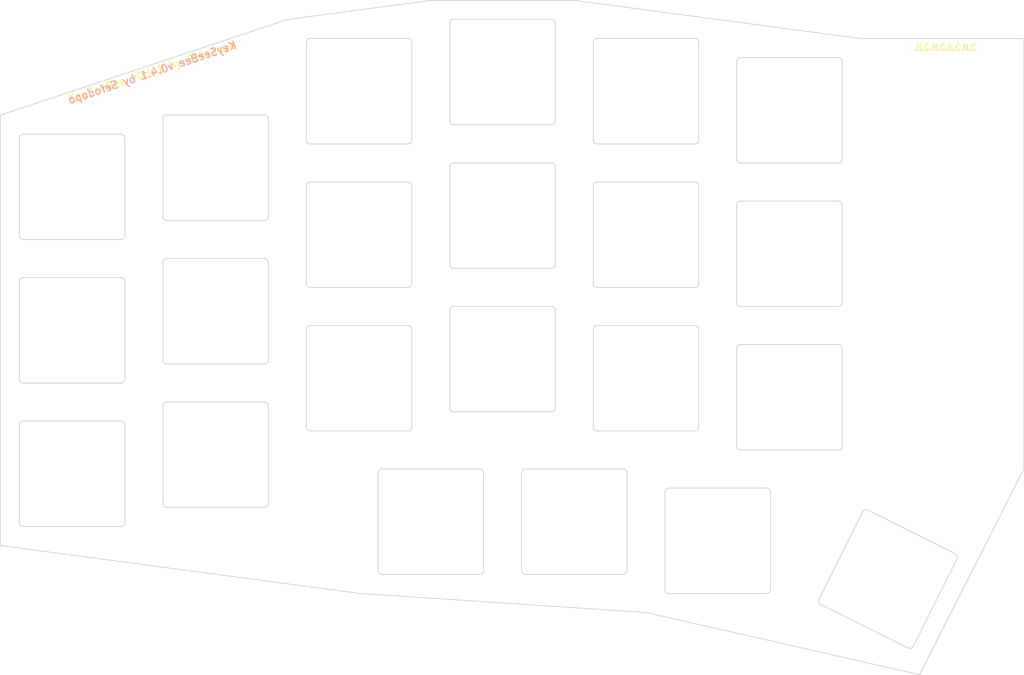
<source format=kicad_pcb>
(kicad_pcb (version 20240108) (generator "pcbnew") (generator_version "8.0")
  (layers (0 "F.Cu" signal) (31 "B.Cu" signal) (34 "B.Paste" user) (35 "F.Paste" user) (36 "B.SilkS" user "B.Silkscreen") (37 "F.SilkS" user "F.Silkscreen") (38 "B.Mask" user) (39 "F.Mask" user) (44 "Edge.Cuts" user))
  (net 0 "")
  (footprint "custom:Switch_Hole" (layer "F.Cu") (at 114.3 66.675)
    (property "Reference" "SW3" (hide yes))
    (property "Value" "SW_Push" (hide yes))
    (fp_line (start -7 6.5) (end -7 -6.5) (stroke (width 0.1)) (layer "Edge.Cuts"))
    (fp_line (start -6.5 -7) (end 6.5 -7) (stroke (width 0.1)) (layer "Edge.Cuts"))
    (fp_line (start 6.5 7) (end -6.5 7) (stroke (width 0.1)) (layer "Edge.Cuts"))
    (fp_line (start 7 -6.5) (end 7 6.5) (stroke (width 0.1)) (layer "Edge.Cuts"))
    (fp_arc (start -7 -6.5) (mid -6.853553 -6.853553) (end -6.5 -7) (stroke (width 0.1)) (layer "Edge.Cuts"))
    (fp_arc (start -6.5 7) (mid -6.853553 6.853553) (end -7 6.5) (stroke (width 0.1)) (layer "Edge.Cuts"))
    (fp_arc (start 6.5 -7) (mid 6.853553 -6.853553) (end 7 -6.5) (stroke (width 0.1)) (layer "Edge.Cuts"))
    (fp_arc (start 7 6.5) (mid 6.853553 6.853553) (end 6.5 7) (stroke (width 0.1)) (layer "Edge.Cuts"))
  )
  (footprint "custom:Switch_Hole" (layer "F.Cu") (at 180.975 111.125)
    (property "Reference" "SW24" (hide yes))
    (property "Value" "SW_Push" (hide yes))
    (fp_line (start -7 6.5) (end -7 -6.5) (stroke (width 0.1)) (layer "Edge.Cuts"))
    (fp_line (start -6.5 -7) (end 6.5 -7) (stroke (width 0.1)) (layer "Edge.Cuts"))
    (fp_line (start 6.5 7) (end -6.5 7) (stroke (width 0.1)) (layer "Edge.Cuts"))
    (fp_line (start 7 -6.5) (end 7 6.5) (stroke (width 0.1)) (layer "Edge.Cuts"))
    (fp_arc (start -7 -6.5) (mid -6.853553 -6.853553) (end -6.5 -7) (stroke (width 0.1)) (layer "Edge.Cuts"))
    (fp_arc (start -6.5 7) (mid -6.853553 6.853553) (end -7 6.5) (stroke (width 0.1)) (layer "Edge.Cuts"))
    (fp_arc (start 6.5 -7) (mid 6.853553 -6.853553) (end 7 -6.5) (stroke (width 0.1)) (layer "Edge.Cuts"))
    (fp_arc (start 7 6.5) (mid 6.853553 6.853553) (end 6.5 7) (stroke (width 0.1)) (layer "Edge.Cuts"))
  )
  (footprint "custom:Switch_Hole" (layer "F.Cu") (at 200.025 113.665)
    (property "Reference" "SW34" (hide yes))
    (property "Value" "SW_Push" (hide yes))
    (fp_line (start -7 6.5) (end -7 -6.5) (stroke (width 0.1)) (layer "Edge.Cuts"))
    (fp_line (start -6.5 -7) (end 6.5 -7) (stroke (width 0.1)) (layer "Edge.Cuts"))
    (fp_line (start 6.5 7) (end -6.5 7) (stroke (width 0.1)) (layer "Edge.Cuts"))
    (fp_line (start 7 -6.5) (end 7 6.5) (stroke (width 0.1)) (layer "Edge.Cuts"))
    (fp_arc (start -7 -6.5) (mid -6.853553 -6.853553) (end -6.5 -7) (stroke (width 0.1)) (layer "Edge.Cuts"))
    (fp_arc (start -6.5 7) (mid -6.853553 6.853553) (end -7 6.5) (stroke (width 0.1)) (layer "Edge.Cuts"))
    (fp_arc (start 6.5 -7) (mid 6.853553 -6.853553) (end 7 -6.5) (stroke (width 0.1)) (layer "Edge.Cuts"))
    (fp_arc (start 7 6.5) (mid 6.853553 6.853553) (end 6.5 7) (stroke (width 0.1)) (layer "Edge.Cuts"))
  )
  (footprint "custom:Switch_Hole" (layer "F.Cu") (at 190.5 92.075)
    (property "Reference" "SW33" (hide yes))
    (property "Value" "SW_Push" (hide yes))
    (fp_line (start -7 6.5) (end -7 -6.5) (stroke (width 0.1)) (layer "Edge.Cuts"))
    (fp_line (start -6.5 -7) (end 6.5 -7) (stroke (width 0.1)) (layer "Edge.Cuts"))
    (fp_line (start 6.5 7) (end -6.5 7) (stroke (width 0.1)) (layer "Edge.Cuts"))
    (fp_line (start 7 -6.5) (end 7 6.5) (stroke (width 0.1)) (layer "Edge.Cuts"))
    (fp_arc (start -7 -6.5) (mid -6.853553 -6.853553) (end -6.5 -7) (stroke (width 0.1)) (layer "Edge.Cuts"))
    (fp_arc (start -6.5 7) (mid -6.853553 6.853553) (end -7 6.5) (stroke (width 0.1)) (layer "Edge.Cuts"))
    (fp_arc (start 6.5 -7) (mid 6.853553 -6.853553) (end 7 -6.5) (stroke (width 0.1)) (layer "Edge.Cuts"))
    (fp_arc (start 7 6.5) (mid 6.853553 6.853553) (end 6.5 7) (stroke (width 0.1)) (layer "Edge.Cuts"))
  )
  (footprint "custom:Switch_Hole" (layer "F.Cu") (at 190.5 73.025)
    (property "Reference" "SW32" (hide yes))
    (property "Value" "SW_Push" (hide yes))
    (fp_line (start -7 6.5) (end -7 -6.5) (stroke (width 0.1)) (layer "Edge.Cuts"))
    (fp_line (start -6.5 -7) (end 6.5 -7) (stroke (width 0.1)) (layer "Edge.Cuts"))
    (fp_line (start 6.5 7) (end -6.5 7) (stroke (width 0.1)) (layer "Edge.Cuts"))
    (fp_line (start 7 -6.5) (end 7 6.5) (stroke (width 0.1)) (layer "Edge.Cuts"))
    (fp_arc (start -7 -6.5) (mid -6.853553 -6.853553) (end -6.5 -7) (stroke (width 0.1)) (layer "Edge.Cuts"))
    (fp_arc (start -6.5 7) (mid -6.853553 6.853553) (end -7 6.5) (stroke (width 0.1)) (layer "Edge.Cuts"))
    (fp_arc (start 6.5 -7) (mid 6.853553 -6.853553) (end 7 -6.5) (stroke (width 0.1)) (layer "Edge.Cuts"))
    (fp_arc (start 7 6.5) (mid 6.853553 6.853553) (end 6.5 7) (stroke (width 0.1)) (layer "Edge.Cuts"))
  )
  (footprint "custom:Switch_Hole" (layer "F.Cu") (at 190.5 53.975)
    (property "Reference" "SW31" (hide yes))
    (property "Value" "SW_Push" (hide yes))
    (fp_line (start -7 6.5) (end -7 -6.5) (stroke (width 0.1)) (layer "Edge.Cuts"))
    (fp_line (start -6.5 -7) (end 6.5 -7) (stroke (width 0.1)) (layer "Edge.Cuts"))
    (fp_line (start 6.5 7) (end -6.5 7) (stroke (width 0.1)) (layer "Edge.Cuts"))
    (fp_line (start 7 -6.5) (end 7 6.5) (stroke (width 0.1)) (layer "Edge.Cuts"))
    (fp_arc (start -7 -6.5) (mid -6.853553 -6.853553) (end -6.5 -7) (stroke (width 0.1)) (layer "Edge.Cuts"))
    (fp_arc (start -6.5 7) (mid -6.853553 6.853553) (end -7 6.5) (stroke (width 0.1)) (layer "Edge.Cuts"))
    (fp_arc (start 6.5 -7) (mid 6.853553 -6.853553) (end 7 -6.5) (stroke (width 0.1)) (layer "Edge.Cuts"))
    (fp_arc (start 7 6.5) (mid 6.853553 6.853553) (end 6.5 7) (stroke (width 0.1)) (layer "Edge.Cuts"))
  )
  (footprint "custom:Switch_Hole" (layer "F.Cu") (at 171.45 89.535)
    (property "Reference" "SW23" (hide yes))
    (property "Value" "SW_Push" (hide yes))
    (fp_line (start -7 6.5) (end -7 -6.5) (stroke (width 0.1)) (layer "Edge.Cuts"))
    (fp_line (start -6.5 -7) (end 6.5 -7) (stroke (width 0.1)) (layer "Edge.Cuts"))
    (fp_line (start 6.5 7) (end -6.5 7) (stroke (width 0.1)) (layer "Edge.Cuts"))
    (fp_line (start 7 -6.5) (end 7 6.5) (stroke (width 0.1)) (layer "Edge.Cuts"))
    (fp_arc (start -7 -6.5) (mid -6.853553 -6.853553) (end -6.5 -7) (stroke (width 0.1)) (layer "Edge.Cuts"))
    (fp_arc (start -6.5 7) (mid -6.853553 6.853553) (end -7 6.5) (stroke (width 0.1)) (layer "Edge.Cuts"))
    (fp_arc (start 6.5 -7) (mid 6.853553 -6.853553) (end 7 -6.5) (stroke (width 0.1)) (layer "Edge.Cuts"))
    (fp_arc (start 7 6.5) (mid 6.853553 6.853553) (end 6.5 7) (stroke (width 0.1)) (layer "Edge.Cuts"))
  )
  (footprint "custom:Switch_Hole" (layer "F.Cu") (at 171.45 70.485)
    (property "Reference" "SW22" (hide yes))
    (property "Value" "SW_Push" (hide yes))
    (fp_line (start -7 6.5) (end -7 -6.5) (stroke (width 0.1)) (layer "Edge.Cuts"))
    (fp_line (start -6.5 -7) (end 6.5 -7) (stroke (width 0.1)) (layer "Edge.Cuts"))
    (fp_line (start 6.5 7) (end -6.5 7) (stroke (width 0.1)) (layer "Edge.Cuts"))
    (fp_line (start 7 -6.5) (end 7 6.5) (stroke (width 0.1)) (layer "Edge.Cuts"))
    (fp_arc (start -7 -6.5) (mid -6.853553 -6.853553) (end -6.5 -7) (stroke (width 0.1)) (layer "Edge.Cuts"))
    (fp_arc (start -6.5 7) (mid -6.853553 6.853553) (end -7 6.5) (stroke (width 0.1)) (layer "Edge.Cuts"))
    (fp_arc (start 6.5 -7) (mid 6.853553 -6.853553) (end 7 -6.5) (stroke (width 0.1)) (layer "Edge.Cuts"))
    (fp_arc (start 7 6.5) (mid 6.853553 6.853553) (end 6.5 7) (stroke (width 0.1)) (layer "Edge.Cuts"))
  )
  (footprint "custom:Switch_Hole" (layer "F.Cu") (at 171.45 51.435)
    (property "Reference" "SW21" (hide yes))
    (property "Value" "SW_Push" (hide yes))
    (fp_line (start -7 6.5) (end -7 -6.5) (stroke (width 0.1)) (layer "Edge.Cuts"))
    (fp_line (start -6.5 -7) (end 6.5 -7) (stroke (width 0.1)) (layer "Edge.Cuts"))
    (fp_line (start 6.5 7) (end -6.5 7) (stroke (width 0.1)) (layer "Edge.Cuts"))
    (fp_line (start 7 -6.5) (end 7 6.5) (stroke (width 0.1)) (layer "Edge.Cuts"))
    (fp_arc (start -7 -6.5) (mid -6.853553 -6.853553) (end -6.5 -7) (stroke (width 0.1)) (layer "Edge.Cuts"))
    (fp_arc (start -6.5 7) (mid -6.853553 6.853553) (end -7 6.5) (stroke (width 0.1)) (layer "Edge.Cuts"))
    (fp_arc (start 6.5 -7) (mid 6.853553 -6.853553) (end 7 -6.5) (stroke (width 0.1)) (layer "Edge.Cuts"))
    (fp_arc (start 7 6.5) (mid 6.853553 6.853553) (end 6.5 7) (stroke (width 0.1)) (layer "Edge.Cuts"))
  )
  (footprint "custom:Switch_Hole" (layer "F.Cu") (at 133.35 102.235)
    (property "Reference" "SW19" (hide yes))
    (property "Value" "SW_Push" (hide yes))
    (fp_line (start -7 6.5) (end -7 -6.5) (stroke (width 0.1)) (layer "Edge.Cuts"))
    (fp_line (start -6.5 -7) (end 6.5 -7) (stroke (width 0.1)) (layer "Edge.Cuts"))
    (fp_line (start 6.5 7) (end -6.5 7) (stroke (width 0.1)) (layer "Edge.Cuts"))
    (fp_line (start 7 -6.5) (end 7 6.5) (stroke (width 0.1)) (layer "Edge.Cuts"))
    (fp_arc (start -7 -6.5) (mid -6.853553 -6.853553) (end -6.5 -7) (stroke (width 0.1)) (layer "Edge.Cuts"))
    (fp_arc (start -6.5 7) (mid -6.853553 6.853553) (end -7 6.5) (stroke (width 0.1)) (layer "Edge.Cuts"))
    (fp_arc (start 6.5 -7) (mid 6.853553 -6.853553) (end 7 -6.5) (stroke (width 0.1)) (layer "Edge.Cuts"))
    (fp_arc (start 7 6.5) (mid 6.853553 6.853553) (end 6.5 7) (stroke (width 0.1)) (layer "Edge.Cuts"))
  )
  (footprint "custom:Switch_Hole" (layer "F.Cu") (at 133.35 83.185)
    (property "Reference" "SW18" (hide yes))
    (property "Value" "SW_Push" (hide yes))
    (fp_line (start -7 6.5) (end -7 -6.5) (stroke (width 0.1)) (layer "Edge.Cuts"))
    (fp_line (start -6.5 -7) (end 6.5 -7) (stroke (width 0.1)) (layer "Edge.Cuts"))
    (fp_line (start 6.5 7) (end -6.5 7) (stroke (width 0.1)) (layer "Edge.Cuts"))
    (fp_line (start 7 -6.5) (end 7 6.5) (stroke (width 0.1)) (layer "Edge.Cuts"))
    (fp_arc (start -7 -6.5) (mid -6.853553 -6.853553) (end -6.5 -7) (stroke (width 0.1)) (layer "Edge.Cuts"))
    (fp_arc (start -6.5 7) (mid -6.853553 6.853553) (end -7 6.5) (stroke (width 0.1)) (layer "Edge.Cuts"))
    (fp_arc (start 6.5 -7) (mid 6.853553 -6.853553) (end 7 -6.5) (stroke (width 0.1)) (layer "Edge.Cuts"))
    (fp_arc (start 7 6.5) (mid 6.853553 6.853553) (end 6.5 7) (stroke (width 0.1)) (layer "Edge.Cuts"))
  )
  (footprint "custom:Switch_Hole" (layer "F.Cu") (at 133.35 64.135)
    (property "Reference" "SW17" (hide yes))
    (property "Value" "SW_Push" (hide yes))
    (fp_line (start -7 6.5) (end -7 -6.5) (stroke (width 0.1)) (layer "Edge.Cuts"))
    (fp_line (start -6.5 -7) (end 6.5 -7) (stroke (width 0.1)) (layer "Edge.Cuts"))
    (fp_line (start 6.5 7) (end -6.5 7) (stroke (width 0.1)) (layer "Edge.Cuts"))
    (fp_line (start 7 -6.5) (end 7 6.5) (stroke (width 0.1)) (layer "Edge.Cuts"))
    (fp_arc (start -7 -6.5) (mid -6.853553 -6.853553) (end -6.5 -7) (stroke (width 0.1)) (layer "Edge.Cuts"))
    (fp_arc (start -6.5 7) (mid -6.853553 6.853553) (end -7 6.5) (stroke (width 0.1)) (layer "Edge.Cuts"))
    (fp_arc (start 6.5 -7) (mid 6.853553 -6.853553) (end 7 -6.5) (stroke (width 0.1)) (layer "Edge.Cuts"))
    (fp_arc (start 7 6.5) (mid 6.853553 6.853553) (end 6.5 7) (stroke (width 0.1)) (layer "Edge.Cuts"))
  )
  (footprint "custom:Switch_Hole" (layer "F.Cu") (at 209.55 94.615)
    (property "Reference" "SW14" (hide yes))
    (property "Value" "SW_Push" (hide yes))
    (fp_line (start -7 6.5) (end -7 -6.5) (stroke (width 0.1)) (layer "Edge.Cuts"))
    (fp_line (start -6.5 -7) (end 6.5 -7) (stroke (width 0.1)) (layer "Edge.Cuts"))
    (fp_line (start 6.5 7) (end -6.5 7) (stroke (width 0.1)) (layer "Edge.Cuts"))
    (fp_line (start 7 -6.5) (end 7 6.5) (stroke (width 0.1)) (layer "Edge.Cuts"))
    (fp_arc (start -7 -6.5) (mid -6.853553 -6.853553) (end -6.5 -7) (stroke (width 0.1)) (layer "Edge.Cuts"))
    (fp_arc (start -6.5 7) (mid -6.853553 6.853553) (end -7 6.5) (stroke (width 0.1)) (layer "Edge.Cuts"))
    (fp_arc (start 6.5 -7) (mid 6.853553 -6.853553) (end 7 -6.5) (stroke (width 0.1)) (layer "Edge.Cuts"))
    (fp_arc (start 7 6.5) (mid 6.853553 6.853553) (end 6.5 7) (stroke (width 0.1)) (layer "Edge.Cuts"))
  )
  (footprint "custom:Switch_Hole" (layer "F.Cu") (at 209.55 56.515)
    (property "Reference" "SW12" (hide yes))
    (property "Value" "SW_Push" (hide yes))
    (fp_line (start -7 6.5) (end -7 -6.5) (stroke (width 0.1)) (layer "Edge.Cuts"))
    (fp_line (start -6.5 -7) (end 6.5 -7) (stroke (width 0.1)) (layer "Edge.Cuts"))
    (fp_line (start 6.5 7) (end -6.5 7) (stroke (width 0.1)) (layer "Edge.Cuts"))
    (fp_line (start 7 -6.5) (end 7 6.5) (stroke (width 0.1)) (layer "Edge.Cuts"))
    (fp_arc (start -7 -6.5) (mid -6.853553 -6.853553) (end -6.5 -7) (stroke (width 0.1)) (layer "Edge.Cuts"))
    (fp_arc (start -6.5 7) (mid -6.853553 6.853553) (end -7 6.5) (stroke (width 0.1)) (layer "Edge.Cuts"))
    (fp_arc (start 6.5 -7) (mid 6.853553 -6.853553) (end 7 -6.5) (stroke (width 0.1)) (layer "Edge.Cuts"))
    (fp_arc (start 7 6.5) (mid 6.853553 6.853553) (end 6.5 7) (stroke (width 0.1)) (layer "Edge.Cuts"))
  )
  (footprint "custom:Switch_Hole" (layer "F.Cu") (at 161.925 111.125)
    (property "Reference" "SW10" (hide yes))
    (property "Value" "SW_Push" (hide yes))
    (fp_line (start -7 6.5) (end -7 -6.5) (stroke (width 0.1)) (layer "Edge.Cuts"))
    (fp_line (start -6.5 -7) (end 6.5 -7) (stroke (width 0.1)) (layer "Edge.Cuts"))
    (fp_line (start 6.5 7) (end -6.5 7) (stroke (width 0.1)) (layer "Edge.Cuts"))
    (fp_line (start 7 -6.5) (end 7 6.5) (stroke (width 0.1)) (layer "Edge.Cuts"))
    (fp_arc (start -7 -6.5) (mid -6.853553 -6.853553) (end -6.5 -7) (stroke (width 0.1)) (layer "Edge.Cuts"))
    (fp_arc (start -6.5 7) (mid -6.853553 6.853553) (end -7 6.5) (stroke (width 0.1)) (layer "Edge.Cuts"))
    (fp_arc (start 6.5 -7) (mid 6.853553 -6.853553) (end 7 -6.5) (stroke (width 0.1)) (layer "Edge.Cuts"))
    (fp_arc (start 7 6.5) (mid 6.853553 6.853553) (end 6.5 7) (stroke (width 0.1)) (layer "Edge.Cuts"))
  )
  (footprint "custom:Switch_Hole" (layer "F.Cu") (at 152.4 92.075)
    (property "Reference" "SW9" (hide yes))
    (property "Value" "SW_Push" (hide yes))
    (fp_line (start -7 6.5) (end -7 -6.5) (stroke (width 0.1)) (layer "Edge.Cuts"))
    (fp_line (start -6.5 -7) (end 6.5 -7) (stroke (width 0.1)) (layer "Edge.Cuts"))
    (fp_line (start 6.5 7) (end -6.5 7) (stroke (width 0.1)) (layer "Edge.Cuts"))
    (fp_line (start 7 -6.5) (end 7 6.5) (stroke (width 0.1)) (layer "Edge.Cuts"))
    (fp_arc (start -7 -6.5) (mid -6.853553 -6.853553) (end -6.5 -7) (stroke (width 0.1)) (layer "Edge.Cuts"))
    (fp_arc (start -6.5 7) (mid -6.853553 6.853553) (end -7 6.5) (stroke (width 0.1)) (layer "Edge.Cuts"))
    (fp_arc (start 6.5 -7) (mid 6.853553 -6.853553) (end 7 -6.5) (stroke (width 0.1)) (layer "Edge.Cuts"))
    (fp_arc (start 7 6.5) (mid 6.853553 6.853553) (end 6.5 7) (stroke (width 0.1)) (layer "Edge.Cuts"))
  )
  (footprint "custom:Switch_Hole" (layer "F.Cu") (at 152.4 73.025)
    (property "Reference" "SW8" (hide yes))
    (property "Value" "SW_Push" (hide yes))
    (fp_line (start -7 6.5) (end -7 -6.5) (stroke (width 0.1)) (layer "Edge.Cuts"))
    (fp_line (start -6.5 -7) (end 6.5 -7) (stroke (width 0.1)) (layer "Edge.Cuts"))
    (fp_line (start 6.5 7) (end -6.5 7) (stroke (width 0.1)) (layer "Edge.Cuts"))
    (fp_line (start 7 -6.5) (end 7 6.5) (stroke (width 0.1)) (layer "Edge.Cuts"))
    (fp_arc (start -7 -6.5) (mid -6.853553 -6.853553) (end -6.5 -7) (stroke (width 0.1)) (layer "Edge.Cuts"))
    (fp_arc (start -6.5 7) (mid -6.853553 6.853553) (end -7 6.5) (stroke (width 0.1)) (layer "Edge.Cuts"))
    (fp_arc (start 6.5 -7) (mid 6.853553 -6.853553) (end 7 -6.5) (stroke (width 0.1)) (layer "Edge.Cuts"))
    (fp_arc (start 7 6.5) (mid 6.853553 6.853553) (end 6.5 7) (stroke (width 0.1)) (layer "Edge.Cuts"))
  )
  (footprint "custom:Switch_Hole" (layer "F.Cu") (at 209.55 75.565)
    (property "Reference" "SW13" (hide yes))
    (property "Value" "SW_Push" (hide yes))
    (fp_line (start -7 6.5) (end -7 -6.5) (stroke (width 0.1)) (layer "Edge.Cuts"))
    (fp_line (start -6.5 -7) (end 6.5 -7) (stroke (width 0.1)) (layer "Edge.Cuts"))
    (fp_line (start 6.5 7) (end -6.5 7) (stroke (width 0.1)) (layer "Edge.Cuts"))
    (fp_line (start 7 -6.5) (end 7 6.5) (stroke (width 0.1)) (layer "Edge.Cuts"))
    (fp_arc (start -7 -6.5) (mid -6.853553 -6.853553) (end -6.5 -7) (stroke (width 0.1)) (layer "Edge.Cuts"))
    (fp_arc (start -6.5 7) (mid -6.853553 6.853553) (end -7 6.5) (stroke (width 0.1)) (layer "Edge.Cuts"))
    (fp_arc (start 6.5 -7) (mid 6.853553 -6.853553) (end 7 -6.5) (stroke (width 0.1)) (layer "Edge.Cuts"))
    (fp_arc (start 7 6.5) (mid 6.853553 6.853553) (end 6.5 7) (stroke (width 0.1)) (layer "Edge.Cuts"))
  )
  (footprint "custom:Switch_Hole" (layer "F.Cu") (at 152.4 53.975)
    (property "Reference" "SW7" (hide yes))
    (property "Value" "SW_Push" (hide yes))
    (fp_line (start -7 6.5) (end -7 -6.5) (stroke (width 0.1)) (layer "Edge.Cuts"))
    (fp_line (start -6.5 -7) (end 6.5 -7) (stroke (width 0.1)) (layer "Edge.Cuts"))
    (fp_line (start 6.5 7) (end -6.5 7) (stroke (width 0.1)) (layer "Edge.Cuts"))
    (fp_line (start 7 -6.5) (end 7 6.5) (stroke (width 0.1)) (layer "Edge.Cuts"))
    (fp_arc (start -7 -6.5) (mid -6.853553 -6.853553) (end -6.5 -7) (stroke (width 0.1)) (layer "Edge.Cuts"))
    (fp_arc (start -6.5 7) (mid -6.853553 6.853553) (end -7 6.5) (stroke (width 0.1)) (layer "Edge.Cuts"))
    (fp_arc (start 6.5 -7) (mid 6.853553 -6.853553) (end 7 -6.5) (stroke (width 0.1)) (layer "Edge.Cuts"))
    (fp_arc (start 7 6.5) (mid 6.853553 6.853553) (end 6.5 7) (stroke (width 0.1)) (layer "Edge.Cuts"))
  )
  (footprint "custom:Switch_Hole" (layer "F.Cu") (at 114.3 104.775)
    (property "Reference" "SW5" (hide yes))
    (property "Value" "SW_Push" (hide yes))
    (fp_line (start -7 6.5) (end -7 -6.5) (stroke (width 0.1)) (layer "Edge.Cuts"))
    (fp_line (start -6.5 -7) (end 6.5 -7) (stroke (width 0.1)) (layer "Edge.Cuts"))
    (fp_line (start 6.5 7) (end -6.5 7) (stroke (width 0.1)) (layer "Edge.Cuts"))
    (fp_line (start 7 -6.5) (end 7 6.5) (stroke (width 0.1)) (layer "Edge.Cuts"))
    (fp_arc (start -7 -6.5) (mid -6.853553 -6.853553) (end -6.5 -7) (stroke (width 0.1)) (layer "Edge.Cuts"))
    (fp_arc (start -6.5 7) (mid -6.853553 6.853553) (end -7 6.5) (stroke (width 0.1)) (layer "Edge.Cuts"))
    (fp_arc (start 6.5 -7) (mid 6.853553 -6.853553) (end 7 -6.5) (stroke (width 0.1)) (layer "Edge.Cuts"))
    (fp_arc (start 7 6.5) (mid 6.853553 6.853553) (end 6.5 7) (stroke (width 0.1)) (layer "Edge.Cuts"))
  )
  (footprint "custom:Switch_Hole" (layer "F.Cu") (at 114.3 85.725)
    (property "Reference" "SW4" (hide yes))
    (property "Value" "SW_Push" (hide yes))
    (fp_line (start -7 6.5) (end -7 -6.5) (stroke (width 0.1)) (layer "Edge.Cuts"))
    (fp_line (start -6.5 -7) (end 6.5 -7) (stroke (width 0.1)) (layer "Edge.Cuts"))
    (fp_line (start 6.5 7) (end -6.5 7) (stroke (width 0.1)) (layer "Edge.Cuts"))
    (fp_line (start 7 -6.5) (end 7 6.5) (stroke (width 0.1)) (layer "Edge.Cuts"))
    (fp_arc (start -7 -6.5) (mid -6.853553 -6.853553) (end -6.5 -7) (stroke (width 0.1)) (layer "Edge.Cuts"))
    (fp_arc (start -6.5 7) (mid -6.853553 6.853553) (end -7 6.5) (stroke (width 0.1)) (layer "Edge.Cuts"))
    (fp_arc (start 6.5 -7) (mid 6.853553 -6.853553) (end 7 -6.5) (stroke (width 0.1)) (layer "Edge.Cuts"))
    (fp_arc (start 7 6.5) (mid 6.853553 6.853553) (end 6.5 7) (stroke (width 0.1)) (layer "Edge.Cuts"))
  )
  (footprint "custom:Switch_Hole" (layer "F.Cu") (at 222.631 118.745 -26.5)
    (property "Reference" "SW15" (hide yes))
    (property "Value" "SW_Push" (hide yes))
    (fp_line (start -7 6.5) (end -7 -6.5) (stroke (width 0.1)) (layer "Edge.Cuts"))
    (fp_line (start -6.5 -7) (end 6.5 -7) (stroke (width 0.1)) (layer "Edge.Cuts"))
    (fp_line (start 6.5 7) (end -6.5 7) (stroke (width 0.1)) (layer "Edge.Cuts"))
    (fp_line (start 7 -6.5) (end 7 6.5) (stroke (width 0.1)) (layer "Edge.Cuts"))
    (fp_arc (start -6.5 7) (mid -6.853553 6.853554) (end -7 6.5) (stroke (width 0.1)) (layer "Edge.Cuts"))
    (fp_arc (start -7 -6.5) (mid -6.853554 -6.853553) (end -6.5 -7) (stroke (width 0.1)) (layer "Edge.Cuts"))
    (fp_arc (start 7 6.5) (mid 6.853554 6.853553) (end 6.5 7) (stroke (width 0.1)) (layer "Edge.Cuts"))
    (fp_arc (start 6.5 -7) (mid 6.853553 -6.853554) (end 7 -6.5) (stroke (width 0.1)) (layer "Edge.Cuts"))
  )
  (footprint "MountingHole:MountingHole_2.2mm_M2" (layer "F.Cu") (at 199.8 63.925)
    (property "Reference" "REF**" (hide yes))
    (property "Value" "MountingHole_2.2mm_M2")
    (pad "" np_thru_hole circle (at 0 0) (size 2.2 2.2) (drill 2.2) (layers "*.Cu" "*.Mask"))
  )
  (footprint "MountingHole:MountingHole_2.2mm_M2" (layer "F.Cu") (at 211.7 115.025)
    (property "Reference" "REF**" (hide yes))
    (property "Value" "MountingHole_2.2mm_M2")
    (pad "" np_thru_hole circle (at 0 0) (size 2.2 2.2) (drill 2.2) (layers "*.Cu" "*.Mask"))
  )
  (footprint "MountingHole:MountingHole_2.2mm_M2" (layer "F.Cu") (at 123.4 95.125)
    (property "Reference" "REF**" (hide yes))
    (property "Value" "MountingHole_2.2mm_M2")
    (pad "" np_thru_hole circle (at 0 0) (size 2.2 2.2) (drill 2.2) (layers "*.Cu" "*.Mask"))
  )
  (footprint "MountingHole:MountingHole_2.2mm_M2" (layer "F.Cu") (at 124.2 73.725)
    (property "Reference" "REF**" (hide yes))
    (property "Value" "MountingHole_2.2mm_M2")
    (pad "" np_thru_hole circle (at 0 0) (size 2.2 2.2) (drill 2.2) (layers "*.Cu" "*.Mask"))
  )
  (gr_line (start 240.665 46.99) (end 240.665 104.14) (stroke (width 0.1)) (layer "Edge.Cuts"))
  (gr_line (start 161.925 41.91) (end 180.975 41.91) (stroke (width 0.1)) (layer "Edge.Cuts"))
  (gr_line (start 104.775 114.3) (end 104.775 57.15) (stroke (width 0.1)) (layer "Edge.Cuts"))
  (gr_line (start 180.975 41.91) (end 219.075 46.99) (stroke (width 0.1)) (layer "Edge.Cuts"))
  (gr_line (start 190.5 123.19) (end 152.4 120.65) (stroke (width 0.1)) (layer "Edge.Cuts"))
  (gr_line (start 240.665 104.14) (end 226.822 131.445) (stroke (width 0.1)) (layer "Edge.Cuts"))
  (gr_line (start 104.775 57.15) (end 142.875 44.45) (stroke (width 0.1)) (layer "Edge.Cuts"))
  (gr_line (start 152.4 120.65) (end 104.775 114.3) (stroke (width 0.1)) (layer "Edge.Cuts"))
  (gr_line (start 226.822 131.445) (end 190.5 123.19) (stroke (width 0.1)) (layer "Edge.Cuts"))
  (gr_line (start 142.875 44.45) (end 161.925 41.91) (stroke (width 0.1)) (layer "Edge.Cuts"))
  (gr_line (start 219.075 46.99) (end 240.665 46.99) (stroke (width 0.1)) (layer "Edge.Cuts"))
  (gr_text "KeySeeBee v0.4.1 by Sefodopo" (at 136.175 47.75 18.434) (layer "B.SilkS") (effects (font (size 1 1) (thickness 0.2)) (justify left mirror)))
  (gr_text "JLCJLCJLCJLC" (at 230.275 48.15 0) (layer "F.SilkS") (effects (font (size 0.8 0.8) (thickness 0.2))))
  (gr_text "KeySeeBee v0.4.1 by Sefodopo" (at 113.7 55.125 18.434) (layer "F.SilkS") (effects (font (size 1 1) (thickness 0.2)) (justify left)))
)
</source>
